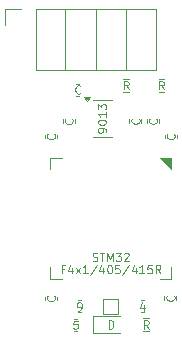
<source format=gbr>
%TF.GenerationSoftware,KiCad,Pcbnew,8.0.5*%
%TF.CreationDate,2025-07-03T08:28:17+01:00*%
%TF.ProjectId,sdrr rev e,73647272-2072-4657-9620-652e6b696361,rev?*%
%TF.SameCoordinates,Original*%
%TF.FileFunction,Legend,Top*%
%TF.FilePolarity,Positive*%
%FSLAX46Y46*%
G04 Gerber Fmt 4.6, Leading zero omitted, Abs format (unit mm)*
G04 Created by KiCad (PCBNEW 8.0.5) date 2025-07-03 08:28:17*
%MOMM*%
%LPD*%
G01*
G04 APERTURE LIST*
%ADD10C,0.100000*%
%ADD11C,0.120000*%
G04 APERTURE END LIST*
D10*
X113729266Y-37224833D02*
X113495933Y-36891500D01*
X113329266Y-37224833D02*
X113329266Y-36524833D01*
X113329266Y-36524833D02*
X113595933Y-36524833D01*
X113595933Y-36524833D02*
X113662600Y-36558166D01*
X113662600Y-36558166D02*
X113695933Y-36591500D01*
X113695933Y-36591500D02*
X113729266Y-36658166D01*
X113729266Y-36658166D02*
X113729266Y-36758166D01*
X113729266Y-36758166D02*
X113695933Y-36824833D01*
X113695933Y-36824833D02*
X113662600Y-36858166D01*
X113662600Y-36858166D02*
X113595933Y-36891500D01*
X113595933Y-36891500D02*
X113329266Y-36891500D01*
X106419667Y-55944633D02*
X106553000Y-55944633D01*
X106553000Y-55944633D02*
X106619667Y-55911300D01*
X106619667Y-55911300D02*
X106653000Y-55877966D01*
X106653000Y-55877966D02*
X106719667Y-55777966D01*
X106719667Y-55777966D02*
X106753000Y-55644633D01*
X106753000Y-55644633D02*
X106753000Y-55377966D01*
X106753000Y-55377966D02*
X106719667Y-55311300D01*
X106719667Y-55311300D02*
X106686333Y-55277966D01*
X106686333Y-55277966D02*
X106619667Y-55244633D01*
X106619667Y-55244633D02*
X106486333Y-55244633D01*
X106486333Y-55244633D02*
X106419667Y-55277966D01*
X106419667Y-55277966D02*
X106386333Y-55311300D01*
X106386333Y-55311300D02*
X106353000Y-55377966D01*
X106353000Y-55377966D02*
X106353000Y-55544633D01*
X106353000Y-55544633D02*
X106386333Y-55611300D01*
X106386333Y-55611300D02*
X106419667Y-55644633D01*
X106419667Y-55644633D02*
X106486333Y-55677966D01*
X106486333Y-55677966D02*
X106619667Y-55677966D01*
X106619667Y-55677966D02*
X106686333Y-55644633D01*
X106686333Y-55644633D02*
X106719667Y-55611300D01*
X106719667Y-55611300D02*
X106753000Y-55544633D01*
X104442766Y-41007533D02*
X104476100Y-41040866D01*
X104476100Y-41040866D02*
X104509433Y-41140866D01*
X104509433Y-41140866D02*
X104509433Y-41207533D01*
X104509433Y-41207533D02*
X104476100Y-41307533D01*
X104476100Y-41307533D02*
X104409433Y-41374200D01*
X104409433Y-41374200D02*
X104342766Y-41407533D01*
X104342766Y-41407533D02*
X104209433Y-41440866D01*
X104209433Y-41440866D02*
X104109433Y-41440866D01*
X104109433Y-41440866D02*
X103976100Y-41407533D01*
X103976100Y-41407533D02*
X103909433Y-41374200D01*
X103909433Y-41374200D02*
X103842766Y-41307533D01*
X103842766Y-41307533D02*
X103809433Y-41207533D01*
X103809433Y-41207533D02*
X103809433Y-41140866D01*
X103809433Y-41140866D02*
X103842766Y-41040866D01*
X103842766Y-41040866D02*
X103876100Y-41007533D01*
X109036666Y-57468633D02*
X109036666Y-56768633D01*
X109036666Y-56768633D02*
X109203333Y-56768633D01*
X109203333Y-56768633D02*
X109303333Y-56801966D01*
X109303333Y-56801966D02*
X109370000Y-56868633D01*
X109370000Y-56868633D02*
X109403333Y-56935300D01*
X109403333Y-56935300D02*
X109436666Y-57068633D01*
X109436666Y-57068633D02*
X109436666Y-57168633D01*
X109436666Y-57168633D02*
X109403333Y-57301966D01*
X109403333Y-57301966D02*
X109370000Y-57368633D01*
X109370000Y-57368633D02*
X109303333Y-57435300D01*
X109303333Y-57435300D02*
X109203333Y-57468633D01*
X109203333Y-57468633D02*
X109036666Y-57468633D01*
X106414867Y-56794033D02*
X106081533Y-56794033D01*
X106081533Y-56794033D02*
X106048200Y-57127366D01*
X106048200Y-57127366D02*
X106081533Y-57094033D01*
X106081533Y-57094033D02*
X106148200Y-57060700D01*
X106148200Y-57060700D02*
X106314867Y-57060700D01*
X106314867Y-57060700D02*
X106381533Y-57094033D01*
X106381533Y-57094033D02*
X106414867Y-57127366D01*
X106414867Y-57127366D02*
X106448200Y-57194033D01*
X106448200Y-57194033D02*
X106448200Y-57360700D01*
X106448200Y-57360700D02*
X106414867Y-57427366D01*
X106414867Y-57427366D02*
X106381533Y-57460700D01*
X106381533Y-57460700D02*
X106314867Y-57494033D01*
X106314867Y-57494033D02*
X106148200Y-57494033D01*
X106148200Y-57494033D02*
X106081533Y-57460700D01*
X106081533Y-57460700D02*
X106048200Y-57427366D01*
X106642666Y-37513766D02*
X106609333Y-37547100D01*
X106609333Y-37547100D02*
X106509333Y-37580433D01*
X106509333Y-37580433D02*
X106442666Y-37580433D01*
X106442666Y-37580433D02*
X106342666Y-37547100D01*
X106342666Y-37547100D02*
X106276000Y-37480433D01*
X106276000Y-37480433D02*
X106242666Y-37413766D01*
X106242666Y-37413766D02*
X106209333Y-37280433D01*
X106209333Y-37280433D02*
X106209333Y-37180433D01*
X106209333Y-37180433D02*
X106242666Y-37047100D01*
X106242666Y-37047100D02*
X106276000Y-36980433D01*
X106276000Y-36980433D02*
X106342666Y-36913766D01*
X106342666Y-36913766D02*
X106442666Y-36880433D01*
X106442666Y-36880433D02*
X106509333Y-36880433D01*
X106509333Y-36880433D02*
X106609333Y-36913766D01*
X106609333Y-36913766D02*
X106642666Y-36947100D01*
X104442766Y-54698133D02*
X104476100Y-54731466D01*
X104476100Y-54731466D02*
X104509433Y-54831466D01*
X104509433Y-54831466D02*
X104509433Y-54898133D01*
X104509433Y-54898133D02*
X104476100Y-54998133D01*
X104476100Y-54998133D02*
X104409433Y-55064800D01*
X104409433Y-55064800D02*
X104342766Y-55098133D01*
X104342766Y-55098133D02*
X104209433Y-55131466D01*
X104209433Y-55131466D02*
X104109433Y-55131466D01*
X104109433Y-55131466D02*
X103976100Y-55098133D01*
X103976100Y-55098133D02*
X103909433Y-55064800D01*
X103909433Y-55064800D02*
X103842766Y-54998133D01*
X103842766Y-54998133D02*
X103809433Y-54898133D01*
X103809433Y-54898133D02*
X103809433Y-54831466D01*
X103809433Y-54831466D02*
X103842766Y-54731466D01*
X103842766Y-54731466D02*
X103876100Y-54698133D01*
X111605566Y-39686733D02*
X111638900Y-39720066D01*
X111638900Y-39720066D02*
X111672233Y-39820066D01*
X111672233Y-39820066D02*
X111672233Y-39886733D01*
X111672233Y-39886733D02*
X111638900Y-39986733D01*
X111638900Y-39986733D02*
X111572233Y-40053400D01*
X111572233Y-40053400D02*
X111505566Y-40086733D01*
X111505566Y-40086733D02*
X111372233Y-40120066D01*
X111372233Y-40120066D02*
X111272233Y-40120066D01*
X111272233Y-40120066D02*
X111138900Y-40086733D01*
X111138900Y-40086733D02*
X111072233Y-40053400D01*
X111072233Y-40053400D02*
X111005566Y-39986733D01*
X111005566Y-39986733D02*
X110972233Y-39886733D01*
X110972233Y-39886733D02*
X110972233Y-39820066D01*
X110972233Y-39820066D02*
X111005566Y-39720066D01*
X111005566Y-39720066D02*
X111038900Y-39686733D01*
X107686666Y-51720300D02*
X107786666Y-51753633D01*
X107786666Y-51753633D02*
X107953333Y-51753633D01*
X107953333Y-51753633D02*
X108019999Y-51720300D01*
X108019999Y-51720300D02*
X108053333Y-51686966D01*
X108053333Y-51686966D02*
X108086666Y-51620300D01*
X108086666Y-51620300D02*
X108086666Y-51553633D01*
X108086666Y-51553633D02*
X108053333Y-51486966D01*
X108053333Y-51486966D02*
X108019999Y-51453633D01*
X108019999Y-51453633D02*
X107953333Y-51420300D01*
X107953333Y-51420300D02*
X107819999Y-51386966D01*
X107819999Y-51386966D02*
X107753333Y-51353633D01*
X107753333Y-51353633D02*
X107719999Y-51320300D01*
X107719999Y-51320300D02*
X107686666Y-51253633D01*
X107686666Y-51253633D02*
X107686666Y-51186966D01*
X107686666Y-51186966D02*
X107719999Y-51120300D01*
X107719999Y-51120300D02*
X107753333Y-51086966D01*
X107753333Y-51086966D02*
X107819999Y-51053633D01*
X107819999Y-51053633D02*
X107986666Y-51053633D01*
X107986666Y-51053633D02*
X108086666Y-51086966D01*
X108286666Y-51053633D02*
X108686666Y-51053633D01*
X108486666Y-51753633D02*
X108486666Y-51053633D01*
X108919999Y-51753633D02*
X108919999Y-51053633D01*
X108919999Y-51053633D02*
X109153333Y-51553633D01*
X109153333Y-51553633D02*
X109386666Y-51053633D01*
X109386666Y-51053633D02*
X109386666Y-51753633D01*
X109653333Y-51053633D02*
X110086666Y-51053633D01*
X110086666Y-51053633D02*
X109853333Y-51320300D01*
X109853333Y-51320300D02*
X109953333Y-51320300D01*
X109953333Y-51320300D02*
X110019999Y-51353633D01*
X110019999Y-51353633D02*
X110053333Y-51386966D01*
X110053333Y-51386966D02*
X110086666Y-51453633D01*
X110086666Y-51453633D02*
X110086666Y-51620300D01*
X110086666Y-51620300D02*
X110053333Y-51686966D01*
X110053333Y-51686966D02*
X110019999Y-51720300D01*
X110019999Y-51720300D02*
X109953333Y-51753633D01*
X109953333Y-51753633D02*
X109753333Y-51753633D01*
X109753333Y-51753633D02*
X109686666Y-51720300D01*
X109686666Y-51720300D02*
X109653333Y-51686966D01*
X110353333Y-51120300D02*
X110386666Y-51086966D01*
X110386666Y-51086966D02*
X110453333Y-51053633D01*
X110453333Y-51053633D02*
X110620000Y-51053633D01*
X110620000Y-51053633D02*
X110686666Y-51086966D01*
X110686666Y-51086966D02*
X110720000Y-51120300D01*
X110720000Y-51120300D02*
X110753333Y-51186966D01*
X110753333Y-51186966D02*
X110753333Y-51253633D01*
X110753333Y-51253633D02*
X110720000Y-51353633D01*
X110720000Y-51353633D02*
X110320000Y-51753633D01*
X110320000Y-51753633D02*
X110753333Y-51753633D01*
X105286666Y-52428366D02*
X105053332Y-52428366D01*
X105053332Y-52795033D02*
X105053332Y-52095033D01*
X105053332Y-52095033D02*
X105386666Y-52095033D01*
X105953332Y-52328366D02*
X105953332Y-52795033D01*
X105786666Y-52061700D02*
X105619999Y-52561700D01*
X105619999Y-52561700D02*
X106053332Y-52561700D01*
X106253333Y-52795033D02*
X106619999Y-52328366D01*
X106253333Y-52328366D02*
X106619999Y-52795033D01*
X107253333Y-52795033D02*
X106853333Y-52795033D01*
X107053333Y-52795033D02*
X107053333Y-52095033D01*
X107053333Y-52095033D02*
X106986666Y-52195033D01*
X106986666Y-52195033D02*
X106920000Y-52261700D01*
X106920000Y-52261700D02*
X106853333Y-52295033D01*
X108053333Y-52061700D02*
X107453333Y-52961700D01*
X108586666Y-52328366D02*
X108586666Y-52795033D01*
X108420000Y-52061700D02*
X108253333Y-52561700D01*
X108253333Y-52561700D02*
X108686666Y-52561700D01*
X109086667Y-52095033D02*
X109153333Y-52095033D01*
X109153333Y-52095033D02*
X109220000Y-52128366D01*
X109220000Y-52128366D02*
X109253333Y-52161700D01*
X109253333Y-52161700D02*
X109286667Y-52228366D01*
X109286667Y-52228366D02*
X109320000Y-52361700D01*
X109320000Y-52361700D02*
X109320000Y-52528366D01*
X109320000Y-52528366D02*
X109286667Y-52661700D01*
X109286667Y-52661700D02*
X109253333Y-52728366D01*
X109253333Y-52728366D02*
X109220000Y-52761700D01*
X109220000Y-52761700D02*
X109153333Y-52795033D01*
X109153333Y-52795033D02*
X109086667Y-52795033D01*
X109086667Y-52795033D02*
X109020000Y-52761700D01*
X109020000Y-52761700D02*
X108986667Y-52728366D01*
X108986667Y-52728366D02*
X108953333Y-52661700D01*
X108953333Y-52661700D02*
X108920000Y-52528366D01*
X108920000Y-52528366D02*
X108920000Y-52361700D01*
X108920000Y-52361700D02*
X108953333Y-52228366D01*
X108953333Y-52228366D02*
X108986667Y-52161700D01*
X108986667Y-52161700D02*
X109020000Y-52128366D01*
X109020000Y-52128366D02*
X109086667Y-52095033D01*
X109953334Y-52095033D02*
X109620000Y-52095033D01*
X109620000Y-52095033D02*
X109586667Y-52428366D01*
X109586667Y-52428366D02*
X109620000Y-52395033D01*
X109620000Y-52395033D02*
X109686667Y-52361700D01*
X109686667Y-52361700D02*
X109853334Y-52361700D01*
X109853334Y-52361700D02*
X109920000Y-52395033D01*
X109920000Y-52395033D02*
X109953334Y-52428366D01*
X109953334Y-52428366D02*
X109986667Y-52495033D01*
X109986667Y-52495033D02*
X109986667Y-52661700D01*
X109986667Y-52661700D02*
X109953334Y-52728366D01*
X109953334Y-52728366D02*
X109920000Y-52761700D01*
X109920000Y-52761700D02*
X109853334Y-52795033D01*
X109853334Y-52795033D02*
X109686667Y-52795033D01*
X109686667Y-52795033D02*
X109620000Y-52761700D01*
X109620000Y-52761700D02*
X109586667Y-52728366D01*
X110786667Y-52061700D02*
X110186667Y-52961700D01*
X111320000Y-52328366D02*
X111320000Y-52795033D01*
X111153334Y-52061700D02*
X110986667Y-52561700D01*
X110986667Y-52561700D02*
X111420000Y-52561700D01*
X112053334Y-52795033D02*
X111653334Y-52795033D01*
X111853334Y-52795033D02*
X111853334Y-52095033D01*
X111853334Y-52095033D02*
X111786667Y-52195033D01*
X111786667Y-52195033D02*
X111720001Y-52261700D01*
X111720001Y-52261700D02*
X111653334Y-52295033D01*
X112686668Y-52095033D02*
X112353334Y-52095033D01*
X112353334Y-52095033D02*
X112320001Y-52428366D01*
X112320001Y-52428366D02*
X112353334Y-52395033D01*
X112353334Y-52395033D02*
X112420001Y-52361700D01*
X112420001Y-52361700D02*
X112586668Y-52361700D01*
X112586668Y-52361700D02*
X112653334Y-52395033D01*
X112653334Y-52395033D02*
X112686668Y-52428366D01*
X112686668Y-52428366D02*
X112720001Y-52495033D01*
X112720001Y-52495033D02*
X112720001Y-52661700D01*
X112720001Y-52661700D02*
X112686668Y-52728366D01*
X112686668Y-52728366D02*
X112653334Y-52761700D01*
X112653334Y-52761700D02*
X112586668Y-52795033D01*
X112586668Y-52795033D02*
X112420001Y-52795033D01*
X112420001Y-52795033D02*
X112353334Y-52761700D01*
X112353334Y-52761700D02*
X112320001Y-52728366D01*
X113420001Y-52795033D02*
X113186668Y-52461700D01*
X113020001Y-52795033D02*
X113020001Y-52095033D01*
X113020001Y-52095033D02*
X113286668Y-52095033D01*
X113286668Y-52095033D02*
X113353335Y-52128366D01*
X113353335Y-52128366D02*
X113386668Y-52161700D01*
X113386668Y-52161700D02*
X113420001Y-52228366D01*
X113420001Y-52228366D02*
X113420001Y-52328366D01*
X113420001Y-52328366D02*
X113386668Y-52395033D01*
X113386668Y-52395033D02*
X113353335Y-52428366D01*
X113353335Y-52428366D02*
X113286668Y-52461700D01*
X113286668Y-52461700D02*
X113020001Y-52461700D01*
X110732066Y-37224833D02*
X110498733Y-36891500D01*
X110332066Y-37224833D02*
X110332066Y-36524833D01*
X110332066Y-36524833D02*
X110598733Y-36524833D01*
X110598733Y-36524833D02*
X110665400Y-36558166D01*
X110665400Y-36558166D02*
X110698733Y-36591500D01*
X110698733Y-36591500D02*
X110732066Y-36658166D01*
X110732066Y-36658166D02*
X110732066Y-36758166D01*
X110732066Y-36758166D02*
X110698733Y-36824833D01*
X110698733Y-36824833D02*
X110665400Y-36858166D01*
X110665400Y-36858166D02*
X110598733Y-36891500D01*
X110598733Y-36891500D02*
X110332066Y-36891500D01*
X112433866Y-57468633D02*
X112200533Y-57135300D01*
X112033866Y-57468633D02*
X112033866Y-56768633D01*
X112033866Y-56768633D02*
X112300533Y-56768633D01*
X112300533Y-56768633D02*
X112367200Y-56801966D01*
X112367200Y-56801966D02*
X112400533Y-56835300D01*
X112400533Y-56835300D02*
X112433866Y-56901966D01*
X112433866Y-56901966D02*
X112433866Y-57001966D01*
X112433866Y-57001966D02*
X112400533Y-57068633D01*
X112400533Y-57068633D02*
X112367200Y-57101966D01*
X112367200Y-57101966D02*
X112300533Y-57135300D01*
X112300533Y-57135300D02*
X112033866Y-57135300D01*
X105941366Y-39712133D02*
X105974700Y-39745466D01*
X105974700Y-39745466D02*
X106008033Y-39845466D01*
X106008033Y-39845466D02*
X106008033Y-39912133D01*
X106008033Y-39912133D02*
X105974700Y-40012133D01*
X105974700Y-40012133D02*
X105908033Y-40078800D01*
X105908033Y-40078800D02*
X105841366Y-40112133D01*
X105841366Y-40112133D02*
X105708033Y-40145466D01*
X105708033Y-40145466D02*
X105608033Y-40145466D01*
X105608033Y-40145466D02*
X105474700Y-40112133D01*
X105474700Y-40112133D02*
X105408033Y-40078800D01*
X105408033Y-40078800D02*
X105341366Y-40012133D01*
X105341366Y-40012133D02*
X105308033Y-39912133D01*
X105308033Y-39912133D02*
X105308033Y-39845466D01*
X105308033Y-39845466D02*
X105341366Y-39745466D01*
X105341366Y-39745466D02*
X105374700Y-39712133D01*
X114577366Y-41007533D02*
X114610700Y-41040866D01*
X114610700Y-41040866D02*
X114644033Y-41140866D01*
X114644033Y-41140866D02*
X114644033Y-41207533D01*
X114644033Y-41207533D02*
X114610700Y-41307533D01*
X114610700Y-41307533D02*
X114544033Y-41374200D01*
X114544033Y-41374200D02*
X114477366Y-41407533D01*
X114477366Y-41407533D02*
X114344033Y-41440866D01*
X114344033Y-41440866D02*
X114244033Y-41440866D01*
X114244033Y-41440866D02*
X114110700Y-41407533D01*
X114110700Y-41407533D02*
X114044033Y-41374200D01*
X114044033Y-41374200D02*
X113977366Y-41307533D01*
X113977366Y-41307533D02*
X113944033Y-41207533D01*
X113944033Y-41207533D02*
X113944033Y-41140866D01*
X113944033Y-41140866D02*
X113977366Y-41040866D01*
X113977366Y-41040866D02*
X114010700Y-41007533D01*
X108827433Y-40808134D02*
X108827433Y-40674800D01*
X108827433Y-40674800D02*
X108794100Y-40608134D01*
X108794100Y-40608134D02*
X108760766Y-40574800D01*
X108760766Y-40574800D02*
X108660766Y-40508134D01*
X108660766Y-40508134D02*
X108527433Y-40474800D01*
X108527433Y-40474800D02*
X108260766Y-40474800D01*
X108260766Y-40474800D02*
X108194100Y-40508134D01*
X108194100Y-40508134D02*
X108160766Y-40541467D01*
X108160766Y-40541467D02*
X108127433Y-40608134D01*
X108127433Y-40608134D02*
X108127433Y-40741467D01*
X108127433Y-40741467D02*
X108160766Y-40808134D01*
X108160766Y-40808134D02*
X108194100Y-40841467D01*
X108194100Y-40841467D02*
X108260766Y-40874800D01*
X108260766Y-40874800D02*
X108427433Y-40874800D01*
X108427433Y-40874800D02*
X108494100Y-40841467D01*
X108494100Y-40841467D02*
X108527433Y-40808134D01*
X108527433Y-40808134D02*
X108560766Y-40741467D01*
X108560766Y-40741467D02*
X108560766Y-40608134D01*
X108560766Y-40608134D02*
X108527433Y-40541467D01*
X108527433Y-40541467D02*
X108494100Y-40508134D01*
X108494100Y-40508134D02*
X108427433Y-40474800D01*
X108127433Y-40041467D02*
X108127433Y-39974800D01*
X108127433Y-39974800D02*
X108160766Y-39908133D01*
X108160766Y-39908133D02*
X108194100Y-39874800D01*
X108194100Y-39874800D02*
X108260766Y-39841467D01*
X108260766Y-39841467D02*
X108394100Y-39808133D01*
X108394100Y-39808133D02*
X108560766Y-39808133D01*
X108560766Y-39808133D02*
X108694100Y-39841467D01*
X108694100Y-39841467D02*
X108760766Y-39874800D01*
X108760766Y-39874800D02*
X108794100Y-39908133D01*
X108794100Y-39908133D02*
X108827433Y-39974800D01*
X108827433Y-39974800D02*
X108827433Y-40041467D01*
X108827433Y-40041467D02*
X108794100Y-40108133D01*
X108794100Y-40108133D02*
X108760766Y-40141467D01*
X108760766Y-40141467D02*
X108694100Y-40174800D01*
X108694100Y-40174800D02*
X108560766Y-40208133D01*
X108560766Y-40208133D02*
X108394100Y-40208133D01*
X108394100Y-40208133D02*
X108260766Y-40174800D01*
X108260766Y-40174800D02*
X108194100Y-40141467D01*
X108194100Y-40141467D02*
X108160766Y-40108133D01*
X108160766Y-40108133D02*
X108127433Y-40041467D01*
X108827433Y-39141466D02*
X108827433Y-39541466D01*
X108827433Y-39341466D02*
X108127433Y-39341466D01*
X108127433Y-39341466D02*
X108227433Y-39408133D01*
X108227433Y-39408133D02*
X108294100Y-39474800D01*
X108294100Y-39474800D02*
X108327433Y-39541466D01*
X108127433Y-38908133D02*
X108127433Y-38474799D01*
X108127433Y-38474799D02*
X108394100Y-38708133D01*
X108394100Y-38708133D02*
X108394100Y-38608133D01*
X108394100Y-38608133D02*
X108427433Y-38541466D01*
X108427433Y-38541466D02*
X108460766Y-38508133D01*
X108460766Y-38508133D02*
X108527433Y-38474799D01*
X108527433Y-38474799D02*
X108694100Y-38474799D01*
X108694100Y-38474799D02*
X108760766Y-38508133D01*
X108760766Y-38508133D02*
X108794100Y-38541466D01*
X108794100Y-38541466D02*
X108827433Y-38608133D01*
X108827433Y-38608133D02*
X108827433Y-38808133D01*
X108827433Y-38808133D02*
X108794100Y-38874799D01*
X108794100Y-38874799D02*
X108760766Y-38908133D01*
X114551966Y-54672733D02*
X114585300Y-54706066D01*
X114585300Y-54706066D02*
X114618633Y-54806066D01*
X114618633Y-54806066D02*
X114618633Y-54872733D01*
X114618633Y-54872733D02*
X114585300Y-54972733D01*
X114585300Y-54972733D02*
X114518633Y-55039400D01*
X114518633Y-55039400D02*
X114451966Y-55072733D01*
X114451966Y-55072733D02*
X114318633Y-55106066D01*
X114318633Y-55106066D02*
X114218633Y-55106066D01*
X114218633Y-55106066D02*
X114085300Y-55072733D01*
X114085300Y-55072733D02*
X114018633Y-55039400D01*
X114018633Y-55039400D02*
X113951966Y-54972733D01*
X113951966Y-54972733D02*
X113918633Y-54872733D01*
X113918633Y-54872733D02*
X113918633Y-54806066D01*
X113918633Y-54806066D02*
X113951966Y-54706066D01*
X113951966Y-54706066D02*
X113985300Y-54672733D01*
X113078766Y-39686733D02*
X113112100Y-39720066D01*
X113112100Y-39720066D02*
X113145433Y-39820066D01*
X113145433Y-39820066D02*
X113145433Y-39886733D01*
X113145433Y-39886733D02*
X113112100Y-39986733D01*
X113112100Y-39986733D02*
X113045433Y-40053400D01*
X113045433Y-40053400D02*
X112978766Y-40086733D01*
X112978766Y-40086733D02*
X112845433Y-40120066D01*
X112845433Y-40120066D02*
X112745433Y-40120066D01*
X112745433Y-40120066D02*
X112612100Y-40086733D01*
X112612100Y-40086733D02*
X112545433Y-40053400D01*
X112545433Y-40053400D02*
X112478766Y-39986733D01*
X112478766Y-39986733D02*
X112445433Y-39886733D01*
X112445433Y-39886733D02*
X112445433Y-39820066D01*
X112445433Y-39820066D02*
X112478766Y-39720066D01*
X112478766Y-39720066D02*
X112512100Y-39686733D01*
X112020333Y-55503366D02*
X112020333Y-55970033D01*
X111853667Y-55236700D02*
X111687000Y-55736700D01*
X111687000Y-55736700D02*
X112120333Y-55736700D01*
D11*
%TO.C,R3*%
X112454458Y-56602100D02*
X111979942Y-56602100D01*
X112454458Y-57647100D02*
X111979942Y-57647100D01*
%TO.C,C1*%
X106566580Y-36726400D02*
X106285420Y-36726400D01*
X106566580Y-37746400D02*
X106285420Y-37746400D01*
%TO.C,C3*%
X112291400Y-40043980D02*
X112291400Y-39762820D01*
X113311400Y-40043980D02*
X113311400Y-39762820D01*
%TO.C,C2*%
X110792800Y-40043980D02*
X110792800Y-39762820D01*
X111812800Y-40043980D02*
X111812800Y-39762820D01*
%TO.C,U3*%
X108488900Y-38150400D02*
X107688900Y-38150400D01*
X108488900Y-38150400D02*
X109288900Y-38150400D01*
X108488900Y-41270400D02*
X107688900Y-41270400D01*
X108488900Y-41270400D02*
X109288900Y-41270400D01*
X107188900Y-38200400D02*
X106948900Y-37870400D01*
X107428900Y-37870400D01*
X107188900Y-38200400D01*
G36*
X107188900Y-38200400D02*
G01*
X106948900Y-37870400D01*
X107428900Y-37870400D01*
X107188900Y-38200400D01*
G37*
%TO.C,TP1*%
X108585000Y-54974800D02*
X109855000Y-54974800D01*
X108585000Y-56244800D02*
X108585000Y-54974800D01*
X109855000Y-54974800D02*
X109855000Y-56244800D01*
X109855000Y-56244800D02*
X108585000Y-56244800D01*
%TO.C,RC5*%
X106388780Y-56640000D02*
X106107620Y-56640000D01*
X106388780Y-57660000D02*
X106107620Y-57660000D01*
%TO.C,R2*%
X113275342Y-36358300D02*
X113749858Y-36358300D01*
X113275342Y-37403300D02*
X113749858Y-37403300D01*
%TO.C,C7*%
X103655400Y-41364780D02*
X103655400Y-41083620D01*
X104675400Y-41364780D02*
X104675400Y-41083620D01*
%TO.C,C6*%
X113764600Y-54748820D02*
X113764600Y-55029980D01*
X114784600Y-54748820D02*
X114784600Y-55029980D01*
%TO.C,J2*%
X102870000Y-30420000D02*
X102870000Y-35620000D01*
X105350000Y-30420000D02*
X105350000Y-35620000D01*
X107950000Y-30429200D02*
X107950000Y-35620000D01*
X110490000Y-30420000D02*
X110490000Y-35610800D01*
X113030000Y-30420000D02*
X102870000Y-30420000D01*
X113030000Y-30420000D02*
X113030000Y-35610800D01*
X113030000Y-35610800D02*
X102870000Y-35620000D01*
%TO.C,U2*%
X100270000Y-30420000D02*
X101600000Y-30420000D01*
X100270000Y-31750000D02*
X100270000Y-30420000D01*
%TO.C,RC4*%
X111746420Y-55090600D02*
X112027580Y-55090600D01*
X111746420Y-56110600D02*
X112027580Y-56110600D01*
%TO.C,U1*%
X104110000Y-43023000D02*
X105060000Y-43023000D01*
X104110000Y-43973000D02*
X104110000Y-43023000D01*
X104110000Y-52293000D02*
X104110000Y-53243000D01*
X104110000Y-53243000D02*
X105060000Y-53243000D01*
X114330000Y-43023000D02*
X113380000Y-43023000D01*
X114330000Y-43973000D02*
X114330000Y-43023000D01*
X114330000Y-52293000D02*
X114330000Y-53243000D01*
X114330000Y-53243000D02*
X113380000Y-53243000D01*
D10*
X114330000Y-43973000D02*
X113380000Y-43023000D01*
X114330000Y-43023000D01*
X114330000Y-43973000D01*
G36*
X114330000Y-43973000D02*
G01*
X113380000Y-43023000D01*
X114330000Y-43023000D01*
X114330000Y-43973000D01*
G37*
D11*
%TO.C,C4*%
X103655400Y-54774220D02*
X103655400Y-55055380D01*
X104675400Y-54774220D02*
X104675400Y-55055380D01*
%TO.C,C5*%
X105154000Y-40043980D02*
X105154000Y-39762820D01*
X106174000Y-40043980D02*
X106174000Y-39762820D01*
%TO.C,C9*%
X106412420Y-55090600D02*
X106693580Y-55090600D01*
X106412420Y-56110600D02*
X106693580Y-56110600D01*
%TO.C,D1*%
X107735000Y-56389600D02*
X107735000Y-57859600D01*
X107735000Y-57859600D02*
X110020000Y-57859600D01*
X110020000Y-56389600D02*
X107735000Y-56389600D01*
%TO.C,C8*%
X113790000Y-41364780D02*
X113790000Y-41083620D01*
X114810000Y-41364780D02*
X114810000Y-41083620D01*
%TO.C,R1*%
X110278142Y-36358300D02*
X110752658Y-36358300D01*
X110278142Y-37403300D02*
X110752658Y-37403300D01*
%TD*%
M02*

</source>
